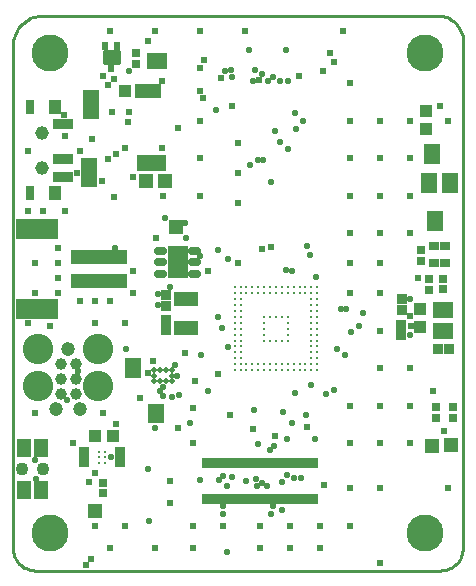
<source format=gbr>
G04 EAGLE Gerber RS-274X export*
G75*
%MOMM*%
%FSLAX34Y34*%
%LPD*%
%INSoldermask Top*%
%IPPOS*%
%AMOC8*
5,1,8,0,0,1.08239X$1,22.5*%
G01*
%ADD10C,3.124200*%
%ADD11R,1.353200X1.653200*%
%ADD12R,0.823200X0.823200*%
%ADD13R,1.653200X1.353200*%
%ADD14R,1.153200X1.203200*%
%ADD15R,0.903200X0.803200*%
%ADD16R,4.803200X1.203200*%
%ADD17R,3.603200X1.803200*%
%ADD18C,0.990600*%
%ADD19C,1.193800*%
%ADD20C,2.578100*%
%ADD21R,1.473200X0.838200*%
%ADD22R,0.838200X1.473200*%
%ADD23R,0.246381X0.787400*%
%ADD24R,9.937600X0.812800*%
%ADD25R,1.003200X1.003200*%
%ADD26R,0.703200X0.703200*%
%ADD27R,1.253200X1.603200*%
%ADD28C,1.103200*%
%ADD29R,1.703200X0.903200*%
%ADD30R,0.803200X1.203200*%
%ADD31R,1.003200X1.203200*%
%ADD32C,1.153200*%
%ADD33C,0.304800*%
%ADD34C,0.325000*%
%ADD35R,1.803200X2.703200*%
%ADD36C,0.653200*%
%ADD37R,2.108200X1.295400*%
%ADD38R,1.203200X1.203200*%
%ADD39C,0.508000*%
%ADD40R,2.203200X1.303200*%
%ADD41R,0.512413X0.703200*%
%ADD42R,0.512413X0.853200*%
%ADD43C,0.409087*%
%ADD44C,0.606400*%
%ADD45C,0.558800*%
%ADD46C,0.254000*%


D10*
X31750Y31750D03*
X349250Y31750D03*
X349250Y438150D03*
X31750Y438150D03*
D11*
X351934Y328422D03*
X369934Y328422D03*
D12*
X359990Y187960D03*
X368990Y187960D03*
D13*
X364236Y202836D03*
X364236Y220836D03*
D12*
X129540Y233100D03*
X129540Y224100D03*
X129540Y203526D03*
X129540Y212526D03*
X60198Y100766D03*
X60198Y91766D03*
X90678Y100766D03*
X90678Y91766D03*
X329184Y220544D03*
X329184Y229544D03*
X328930Y208208D03*
X328930Y199208D03*
D14*
X112650Y329692D03*
X128650Y329692D03*
D15*
X356188Y260716D03*
X356188Y274716D03*
X366188Y260716D03*
X366188Y274716D03*
D16*
X72560Y245270D03*
X72560Y265270D03*
D17*
X20560Y221270D03*
X20560Y289270D03*
D18*
X40386Y175006D03*
X40386Y162306D03*
X40386Y149606D03*
X53086Y149606D03*
X53086Y162306D03*
X53086Y175006D03*
D19*
X46736Y187706D03*
X56886Y136906D03*
X36586Y136906D03*
D20*
X72136Y187706D03*
X72136Y155956D03*
X21336Y155956D03*
X21336Y187706D03*
D21*
X357378Y292100D03*
X357378Y300228D03*
D22*
X118110Y431800D03*
X126238Y431800D03*
D21*
X121158Y129032D03*
X121158Y137160D03*
D23*
X201556Y60833D03*
X197556Y60833D03*
X193556Y60833D03*
X189556Y60833D03*
X185556Y60833D03*
X181556Y60833D03*
X177556Y60833D03*
X173556Y60833D03*
X169556Y60833D03*
X165556Y60833D03*
X161556Y60833D03*
X245556Y60833D03*
X241556Y60833D03*
X237556Y60833D03*
X233556Y60833D03*
X229556Y60833D03*
X225556Y60833D03*
X221556Y60833D03*
X217556Y60833D03*
X213556Y60833D03*
X209556Y60833D03*
X205556Y60833D03*
X197556Y91567D03*
X193556Y91567D03*
X189556Y91567D03*
X185556Y91567D03*
X181556Y91567D03*
X177556Y91567D03*
X173556Y91567D03*
X169556Y91567D03*
X165556Y91567D03*
X161556Y91567D03*
X245556Y91567D03*
X241556Y91567D03*
X237556Y91567D03*
X233556Y91567D03*
X229556Y91567D03*
X225556Y91567D03*
X221556Y91567D03*
X217556Y91567D03*
X213556Y91567D03*
X209556Y91567D03*
X205556Y91567D03*
X201556Y91567D03*
D24*
X209550Y60960D03*
X209550Y91440D03*
D23*
X257556Y60833D03*
X253556Y60833D03*
X249556Y60833D03*
X257556Y91567D03*
X253556Y91567D03*
X249556Y91567D03*
D25*
X344932Y206114D03*
X344932Y221114D03*
D26*
X372364Y129104D03*
X372364Y138104D03*
X358648Y129104D03*
X358648Y138104D03*
X345186Y271200D03*
X345186Y262200D03*
X363982Y247070D03*
X363982Y238070D03*
X352044Y246816D03*
X352044Y237816D03*
D25*
X349758Y388754D03*
X349758Y373754D03*
X69462Y114300D03*
X84462Y114300D03*
D27*
X24014Y103852D03*
X24014Y67852D03*
X9514Y103852D03*
X9514Y67852D03*
D28*
X7764Y85852D03*
X25764Y85852D03*
D29*
X42392Y333354D03*
X42392Y348354D03*
X42392Y378354D03*
D30*
X14892Y319354D03*
D31*
X35892Y319354D03*
D30*
X14892Y392354D03*
D31*
X35892Y392354D03*
D32*
X24892Y340854D03*
X24892Y370854D03*
D33*
X222758Y234724D03*
X217758Y234724D03*
X212758Y234724D03*
X227758Y234724D03*
X232758Y234724D03*
X197758Y234724D03*
X192758Y234724D03*
X187758Y234724D03*
X202758Y234724D03*
X207758Y234724D03*
X247758Y234724D03*
X242758Y234724D03*
X237758Y234724D03*
X252758Y234724D03*
X257758Y234724D03*
X192758Y229724D03*
X187758Y229724D03*
X252758Y229724D03*
X257758Y229724D03*
X222758Y239749D03*
X217758Y239749D03*
X212758Y239749D03*
X227758Y239749D03*
X232758Y239749D03*
X197758Y239749D03*
X192758Y239749D03*
X187758Y239749D03*
X202758Y239749D03*
X207758Y239749D03*
X247758Y239749D03*
X242758Y239749D03*
X237758Y239749D03*
X252758Y239749D03*
X257758Y239749D03*
X192758Y224724D03*
X187758Y224724D03*
X252758Y224724D03*
X257758Y224724D03*
X192758Y219724D03*
X187758Y219724D03*
X252758Y219724D03*
X257758Y219724D03*
X222758Y214724D03*
X217758Y214724D03*
X212758Y214724D03*
X227758Y214724D03*
X232758Y214724D03*
X192758Y214724D03*
X187758Y214724D03*
X252758Y214724D03*
X257758Y214724D03*
X212758Y209724D03*
X232758Y209724D03*
X192758Y209724D03*
X187758Y209724D03*
X252758Y209724D03*
X257758Y209724D03*
X212758Y204724D03*
X232758Y204724D03*
X192758Y204724D03*
X187758Y204724D03*
X252758Y204724D03*
X257758Y204724D03*
X212758Y199724D03*
X232758Y199724D03*
X192758Y199724D03*
X187758Y199724D03*
X252758Y199724D03*
X257758Y199724D03*
X222758Y194724D03*
X217758Y194724D03*
X212758Y194724D03*
X227758Y194724D03*
X232758Y194724D03*
X192758Y194724D03*
X187758Y194724D03*
X252758Y194724D03*
X257758Y194724D03*
X192758Y189724D03*
X187758Y189724D03*
X252758Y189724D03*
X257758Y189724D03*
X192758Y184724D03*
X187758Y184724D03*
X252758Y184724D03*
X257758Y184724D03*
X192758Y179724D03*
X187758Y179724D03*
X252758Y179724D03*
X257758Y179724D03*
X222758Y174724D03*
X217758Y174724D03*
X212758Y174724D03*
X227758Y174724D03*
X232758Y174724D03*
X197758Y174724D03*
X192758Y174724D03*
X187758Y174724D03*
X202758Y174724D03*
X207758Y174724D03*
X247758Y174724D03*
X242758Y174724D03*
X237758Y174724D03*
X252758Y174724D03*
X257758Y174724D03*
X222758Y169724D03*
X217758Y169724D03*
X212758Y169724D03*
X227758Y169724D03*
X232758Y169724D03*
X197758Y169724D03*
X192758Y169724D03*
X187758Y169724D03*
X202758Y169724D03*
X207758Y169724D03*
X247758Y169724D03*
X242758Y169724D03*
X237758Y169724D03*
X252758Y169724D03*
X257758Y169724D03*
D34*
X77684Y100758D03*
X72684Y100758D03*
X77684Y95758D03*
X72684Y95758D03*
X77684Y90758D03*
X72684Y90758D03*
D35*
X139446Y260858D03*
D36*
X151946Y260858D02*
X155946Y260858D01*
X126946Y260858D02*
X122946Y260858D01*
X151946Y270858D02*
X155946Y270858D01*
X155946Y250858D02*
X151946Y250858D01*
X126946Y250858D02*
X122946Y250858D01*
X122946Y270858D02*
X126946Y270858D01*
D37*
X146812Y229870D03*
X146812Y204978D03*
D21*
X66548Y386334D03*
X66548Y394462D03*
X66548Y402590D03*
D38*
X137922Y290830D03*
X69850Y50800D03*
X355092Y105664D03*
X370586Y105918D03*
D22*
X109474Y345186D03*
X117602Y345186D03*
X125730Y345186D03*
D21*
X64770Y328676D03*
X64770Y336804D03*
X64770Y344932D03*
D39*
X119500Y160100D03*
X119500Y165100D03*
X119500Y170100D03*
X124500Y160100D03*
X124500Y170100D03*
X129500Y160100D03*
X129500Y170100D03*
X134500Y160100D03*
X134500Y165100D03*
X134500Y170100D03*
D21*
X101600Y167386D03*
X101600Y175514D03*
X354584Y348488D03*
X354584Y356616D03*
D40*
X114100Y406400D03*
D25*
X95100Y406400D03*
D26*
X104394Y429078D03*
X104394Y438078D03*
D41*
X88312Y443848D03*
D42*
X83312Y426598D03*
D41*
X78312Y443848D03*
D43*
X77841Y438819D02*
X88783Y438819D01*
X88783Y430877D01*
X77841Y430877D01*
X77841Y438819D01*
X77841Y434763D02*
X88783Y434763D01*
X88783Y438649D02*
X77841Y438649D01*
D26*
X76200Y65350D03*
X76200Y74350D03*
D44*
X85598Y316484D03*
X87122Y353060D03*
X162052Y432562D03*
D45*
X19304Y77724D03*
X138938Y165100D03*
X114300Y86360D03*
X98552Y423164D03*
X158242Y265938D03*
X336550Y229616D03*
X336550Y199136D03*
X128778Y298450D03*
X123190Y224790D03*
D44*
X311150Y107950D03*
X311150Y69850D03*
X336550Y107950D03*
X285750Y107950D03*
X285750Y69850D03*
X285750Y38100D03*
X260350Y38100D03*
X234950Y38100D03*
X209550Y38100D03*
X177800Y38100D03*
X152400Y38100D03*
X95250Y38100D03*
X82550Y19050D03*
X120650Y19050D03*
X152400Y19050D03*
X209550Y19050D03*
X234950Y19050D03*
X260350Y19050D03*
X311150Y6350D03*
X368300Y69850D03*
X364744Y118110D03*
X336550Y139700D03*
X311150Y139700D03*
X285750Y139700D03*
X311150Y171450D03*
X336550Y171450D03*
X311150Y203200D03*
X311150Y234950D03*
X311150Y260350D03*
X311150Y285750D03*
X311150Y317500D03*
X311150Y349250D03*
X311150Y381000D03*
X285750Y381000D03*
X285750Y349250D03*
X285750Y317500D03*
X285750Y285750D03*
X285750Y260350D03*
X285750Y234950D03*
X336550Y285750D03*
X336550Y317500D03*
X336550Y349250D03*
X336550Y381000D03*
X368300Y381000D03*
X279400Y457200D03*
X196850Y457200D03*
X158750Y457200D03*
X120650Y457200D03*
X82550Y457200D03*
X158750Y425450D03*
X158750Y381000D03*
X158750Y349250D03*
X158750Y317500D03*
X127000Y317500D03*
X25400Y304800D03*
X12700Y304800D03*
X12700Y355600D03*
X285750Y412750D03*
X190500Y361950D03*
X190500Y336550D03*
X190500Y311150D03*
X165100Y254000D03*
X101600Y254000D03*
X101600Y234950D03*
X82550Y228600D03*
X69850Y228600D03*
X57150Y228600D03*
X38100Y234950D03*
X38100Y247650D03*
X38100Y260350D03*
X38100Y273050D03*
X19050Y260350D03*
X19050Y234950D03*
X69850Y209550D03*
X12700Y209550D03*
X19050Y133350D03*
X76200Y133350D03*
X64770Y75184D03*
X133350Y76200D03*
X133350Y57150D03*
X152400Y107950D03*
X139700Y120650D03*
X263144Y72644D03*
X221996Y113792D03*
X203200Y119888D03*
X184150Y131318D03*
X152400Y137668D03*
X154178Y160528D03*
X146050Y184150D03*
X190500Y260350D03*
X242062Y418592D03*
X262382Y422656D03*
X176022Y416814D03*
X85344Y416306D03*
X173736Y166116D03*
X249428Y121158D03*
X342900Y247650D03*
X218186Y273558D03*
X211074Y272542D03*
X337312Y206756D03*
D45*
X18796Y93980D03*
X212090Y347980D03*
X146812Y281940D03*
D44*
X69342Y37846D03*
D45*
X174498Y76454D03*
X177800Y79756D03*
X55372Y168656D03*
X218440Y328930D03*
X95504Y187452D03*
X216154Y414528D03*
X226568Y362966D03*
X181864Y263398D03*
X184912Y423418D03*
X173736Y214376D03*
X173736Y271272D03*
X179832Y423164D03*
X45974Y144780D03*
X217424Y102362D03*
X205994Y77470D03*
D44*
X84002Y388332D03*
D45*
X86106Y273304D03*
X204470Y135890D03*
X123190Y234442D03*
D44*
X61722Y4826D03*
X65971Y10160D03*
X98044Y388366D03*
D45*
X132842Y240284D03*
X181610Y15494D03*
X181610Y71628D03*
X239268Y150622D03*
X247904Y132080D03*
X221488Y105664D03*
X252730Y157480D03*
X207518Y107442D03*
X207518Y347472D03*
X203200Y414528D03*
X204978Y423672D03*
X200152Y440944D03*
X239776Y374142D03*
X211074Y420370D03*
X222250Y372110D03*
X220218Y418084D03*
X177038Y205740D03*
X158242Y76708D03*
X178054Y47752D03*
X178054Y54356D03*
X182118Y189230D03*
X185420Y79248D03*
X197358Y76200D03*
X232410Y110998D03*
X207010Y71628D03*
X296672Y217932D03*
X293116Y207264D03*
X282448Y221234D03*
X233172Y357124D03*
X236220Y253238D03*
X277876Y221488D03*
X248920Y275082D03*
D44*
X97282Y379984D03*
X66802Y365252D03*
X54610Y336550D03*
X185633Y393700D03*
X361950Y393700D03*
X95250Y209550D03*
D45*
X134366Y146812D03*
X83312Y95758D03*
D44*
X126492Y414274D03*
X114300Y448564D03*
X95250Y357378D03*
X161290Y400050D03*
X44450Y304800D03*
X76200Y419100D03*
X44450Y368300D03*
X158750Y406400D03*
D45*
X136906Y173990D03*
X172212Y389636D03*
D44*
X120904Y281686D03*
D45*
X146050Y294132D03*
D44*
X336550Y215900D03*
X355600Y152400D03*
X50800Y107950D03*
X31750Y207264D03*
X271526Y430784D03*
X268224Y438150D03*
X101600Y332994D03*
X80518Y348742D03*
X75184Y329692D03*
X126238Y357378D03*
X139700Y374650D03*
D45*
X124460Y151892D03*
D44*
X69358Y82550D03*
D45*
X150114Y124968D03*
X115062Y41656D03*
X165608Y151638D03*
X127254Y148082D03*
X159258Y182118D03*
X140970Y148336D03*
X120396Y120904D03*
X227584Y51054D03*
X274574Y187960D03*
X220472Y54356D03*
X229108Y133858D03*
X271780Y152908D03*
X227584Y74930D03*
X256032Y111506D03*
X281432Y182118D03*
X237998Y78232D03*
X232410Y80772D03*
X244348Y78740D03*
X286512Y202184D03*
X218694Y47752D03*
X200914Y343154D03*
D44*
X87376Y124460D03*
X80595Y410702D03*
X208026Y415036D03*
X114300Y167386D03*
D45*
X251714Y266954D03*
X231648Y440944D03*
X256286Y248920D03*
X232664Y414528D03*
X226568Y414528D03*
X245618Y381000D03*
X231140Y254508D03*
X239014Y387604D03*
X211074Y74168D03*
X235966Y124968D03*
X215138Y71628D03*
X265430Y149606D03*
D44*
X57150Y355600D03*
D45*
X127254Y155702D03*
X185166Y417830D03*
D44*
X43434Y386080D03*
X107950Y146050D03*
X118505Y177179D03*
D46*
X0Y19050D02*
X73Y17390D01*
X289Y15742D01*
X649Y14120D01*
X1149Y12535D01*
X1785Y10999D01*
X2552Y9525D01*
X3445Y8123D01*
X4457Y6805D01*
X5580Y5580D01*
X6805Y4457D01*
X8123Y3445D01*
X9525Y2552D01*
X10999Y1785D01*
X12535Y1149D01*
X14120Y649D01*
X15742Y289D01*
X17390Y73D01*
X19050Y0D01*
X361950Y0D01*
X363610Y73D01*
X365258Y289D01*
X366881Y649D01*
X368465Y1149D01*
X370001Y1785D01*
X371475Y2552D01*
X372877Y3445D01*
X374195Y4457D01*
X375420Y5580D01*
X376543Y6805D01*
X377555Y8123D01*
X378448Y9525D01*
X379215Y10999D01*
X379851Y12535D01*
X380351Y14120D01*
X380711Y15742D01*
X380928Y17390D01*
X381000Y19050D01*
X381000Y444500D01*
X381192Y446449D01*
X381214Y448408D01*
X381064Y450360D01*
X380746Y452293D01*
X380260Y454190D01*
X379610Y456038D01*
X378802Y457822D01*
X377841Y459529D01*
X376736Y461145D01*
X375493Y462660D01*
X374124Y464060D01*
X372637Y465335D01*
X371045Y466476D01*
X369360Y467474D01*
X367594Y468321D01*
X365761Y469011D01*
X363875Y469539D01*
X361950Y469900D01*
X25400Y469900D01*
X23186Y469803D01*
X20989Y469514D01*
X18826Y469035D01*
X16713Y468368D01*
X14666Y467520D01*
X12700Y466497D01*
X10831Y465306D01*
X9073Y463958D01*
X7440Y462461D01*
X5942Y460827D01*
X4594Y459069D01*
X3403Y457200D01*
X2380Y455235D01*
X1532Y453187D01*
X865Y451074D01*
X386Y448911D01*
X97Y446714D01*
X0Y444500D01*
X0Y19050D01*
M02*

</source>
